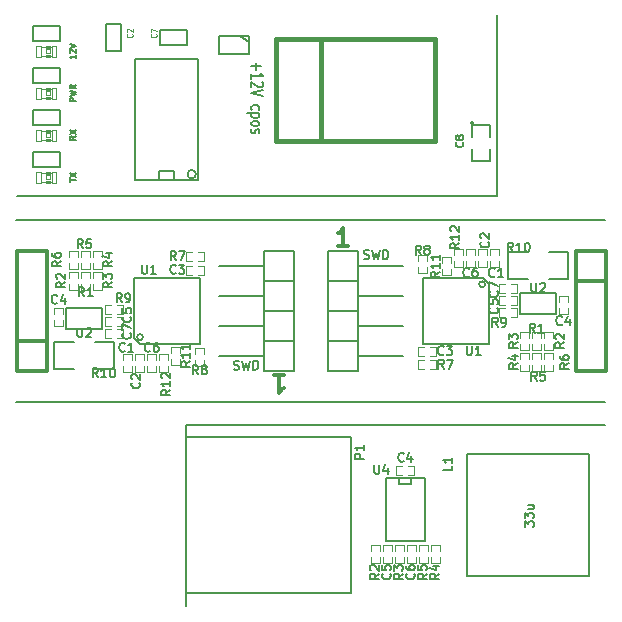
<source format=gto>
G04 (created by PCBNEW (2013-jul-07)-stable) date Thu 09 Jan 2014 05:47:14 AM EST*
%MOIN*%
G04 Gerber Fmt 3.4, Leading zero omitted, Abs format*
%FSLAX34Y34*%
G01*
G70*
G90*
G04 APERTURE LIST*
%ADD10C,0.00590551*%
%ADD11C,0.00787402*%
%ADD12C,0.011811*%
%ADD13C,0.0075*%
%ADD14C,0.015*%
%ADD15C,0.005*%
%ADD16C,0.0028*%
%ADD17C,0.006*%
%ADD18C,0.012*%
%ADD19C,0.0026*%
%ADD20C,0.004*%
%ADD21C,0.00511811*%
%ADD22C,0.0045*%
G04 APERTURE END LIST*
G54D10*
G54D11*
X74173Y-50078D02*
X58188Y-50078D01*
X74173Y-44055D02*
X74173Y-50078D01*
X58149Y-50866D02*
X77795Y-50866D01*
X58149Y-56929D02*
X77795Y-56929D01*
X63818Y-57716D02*
X77795Y-57716D01*
X63818Y-63740D02*
X63818Y-57716D01*
G54D12*
X69218Y-51742D02*
X68881Y-51742D01*
X69050Y-51742D02*
X69050Y-51151D01*
X68993Y-51235D01*
X68937Y-51292D01*
X68881Y-51320D01*
X66751Y-56056D02*
X67089Y-56056D01*
X66920Y-56056D02*
X66920Y-56646D01*
X66976Y-56562D01*
X67032Y-56506D01*
X67089Y-56478D01*
G54D13*
X66146Y-45634D02*
X66146Y-45863D01*
X65994Y-45748D02*
X66299Y-45748D01*
X65994Y-46163D02*
X65994Y-45991D01*
X65994Y-46077D02*
X66394Y-46077D01*
X66337Y-46048D01*
X66299Y-46020D01*
X66280Y-45991D01*
X66356Y-46277D02*
X66375Y-46291D01*
X66394Y-46320D01*
X66394Y-46391D01*
X66375Y-46420D01*
X66356Y-46434D01*
X66318Y-46448D01*
X66280Y-46448D01*
X66222Y-46434D01*
X65994Y-46263D01*
X65994Y-46448D01*
X66394Y-46534D02*
X65994Y-46634D01*
X66394Y-46734D01*
X66013Y-47191D02*
X65994Y-47163D01*
X65994Y-47105D01*
X66013Y-47077D01*
X66032Y-47063D01*
X66070Y-47048D01*
X66184Y-47048D01*
X66222Y-47063D01*
X66242Y-47077D01*
X66261Y-47105D01*
X66261Y-47163D01*
X66242Y-47191D01*
X66261Y-47320D02*
X65861Y-47320D01*
X66242Y-47320D02*
X66261Y-47348D01*
X66261Y-47405D01*
X66242Y-47434D01*
X66222Y-47448D01*
X66184Y-47463D01*
X66070Y-47463D01*
X66032Y-47448D01*
X66013Y-47434D01*
X65994Y-47405D01*
X65994Y-47348D01*
X66013Y-47320D01*
X65994Y-47634D02*
X66013Y-47605D01*
X66032Y-47591D01*
X66070Y-47577D01*
X66184Y-47577D01*
X66222Y-47591D01*
X66242Y-47605D01*
X66261Y-47634D01*
X66261Y-47677D01*
X66242Y-47705D01*
X66222Y-47720D01*
X66184Y-47734D01*
X66070Y-47734D01*
X66032Y-47720D01*
X66013Y-47705D01*
X65994Y-47677D01*
X65994Y-47634D01*
X66013Y-47848D02*
X65994Y-47877D01*
X65994Y-47934D01*
X66013Y-47963D01*
X66051Y-47977D01*
X66070Y-47977D01*
X66108Y-47963D01*
X66127Y-47934D01*
X66127Y-47891D01*
X66146Y-47863D01*
X66184Y-47848D01*
X66203Y-47848D01*
X66242Y-47863D01*
X66261Y-47891D01*
X66261Y-47934D01*
X66242Y-47963D01*
G54D14*
X67106Y-44848D02*
X66806Y-44848D01*
X66806Y-44848D02*
X66806Y-48248D01*
X66806Y-48248D02*
X67106Y-48248D01*
X68306Y-44848D02*
X68306Y-48248D01*
X72106Y-44848D02*
X72106Y-48248D01*
X67106Y-48248D02*
X72106Y-48248D01*
X67106Y-44848D02*
X72106Y-44848D01*
G54D10*
X69321Y-58112D02*
X69321Y-63309D01*
X69321Y-63309D02*
X63830Y-63309D01*
X63830Y-58112D02*
X69321Y-58112D01*
G54D15*
X70471Y-61573D02*
X70471Y-59467D01*
X71771Y-59467D02*
X71771Y-61573D01*
X71771Y-61573D02*
X70471Y-61573D01*
X71771Y-59467D02*
X70471Y-59467D01*
X71321Y-59460D02*
X71321Y-59660D01*
X71321Y-59660D02*
X70921Y-59660D01*
X70921Y-59660D02*
X70921Y-59460D01*
G54D16*
X71871Y-61910D02*
X71871Y-61710D01*
X71871Y-61710D02*
X71571Y-61710D01*
X71571Y-61710D02*
X71571Y-61910D01*
X71871Y-62110D02*
X71871Y-62310D01*
X71871Y-62310D02*
X71571Y-62310D01*
X71571Y-62310D02*
X71571Y-62110D01*
X71971Y-62110D02*
X71971Y-62310D01*
X71971Y-62310D02*
X72271Y-62310D01*
X72271Y-62310D02*
X72271Y-62110D01*
X71971Y-61910D02*
X71971Y-61710D01*
X71971Y-61710D02*
X72271Y-61710D01*
X72271Y-61710D02*
X72271Y-61910D01*
X70271Y-61910D02*
X70271Y-61710D01*
X70271Y-61710D02*
X69971Y-61710D01*
X69971Y-61710D02*
X69971Y-61910D01*
X70271Y-62110D02*
X70271Y-62310D01*
X70271Y-62310D02*
X69971Y-62310D01*
X69971Y-62310D02*
X69971Y-62110D01*
X71471Y-61910D02*
X71471Y-61710D01*
X71471Y-61710D02*
X71171Y-61710D01*
X71171Y-61710D02*
X71171Y-61910D01*
X71471Y-62110D02*
X71471Y-62310D01*
X71471Y-62310D02*
X71171Y-62310D01*
X71171Y-62310D02*
X71171Y-62110D01*
X70671Y-61910D02*
X70671Y-61710D01*
X70671Y-61710D02*
X70371Y-61710D01*
X70371Y-61710D02*
X70371Y-61910D01*
X70671Y-62110D02*
X70671Y-62310D01*
X70671Y-62310D02*
X70371Y-62310D01*
X70371Y-62310D02*
X70371Y-62110D01*
X71071Y-61910D02*
X71071Y-61710D01*
X71071Y-61710D02*
X70771Y-61710D01*
X70771Y-61710D02*
X70771Y-61910D01*
X71071Y-62110D02*
X71071Y-62310D01*
X71071Y-62310D02*
X70771Y-62310D01*
X70771Y-62310D02*
X70771Y-62110D01*
X71021Y-59060D02*
X70821Y-59060D01*
X70821Y-59060D02*
X70821Y-59360D01*
X70821Y-59360D02*
X71021Y-59360D01*
X71221Y-59060D02*
X71421Y-59060D01*
X71421Y-59060D02*
X71421Y-59360D01*
X71421Y-59360D02*
X71221Y-59360D01*
G54D10*
X77248Y-58683D02*
X77248Y-62738D01*
X77248Y-62738D02*
X73193Y-62738D01*
X73193Y-62738D02*
X73193Y-58683D01*
X73193Y-58683D02*
X77248Y-58683D01*
G54D15*
X71700Y-55003D02*
X71700Y-52803D01*
X71700Y-52803D02*
X71750Y-52803D01*
X73900Y-53003D02*
X73900Y-55003D01*
X73900Y-55003D02*
X71700Y-55003D01*
X71750Y-52803D02*
X73700Y-52803D01*
X73700Y-52803D02*
X73900Y-53003D01*
G54D17*
X73786Y-53016D02*
G75*
G03X73786Y-53016I-99J0D01*
G74*
G01*
G54D18*
X77800Y-51903D02*
X77800Y-51903D01*
X76800Y-51903D02*
X77800Y-51903D01*
X77800Y-51903D02*
X77800Y-51903D01*
X77800Y-51903D02*
X77800Y-55903D01*
X77800Y-55903D02*
X76800Y-55903D01*
X76800Y-55903D02*
X76800Y-51903D01*
X76800Y-52903D02*
X77800Y-52903D01*
G54D15*
X76150Y-53303D02*
X76150Y-54003D01*
X76150Y-54003D02*
X74950Y-54003D01*
X74950Y-54003D02*
X74950Y-53303D01*
X74950Y-53303D02*
X76150Y-53303D01*
X74550Y-51953D02*
X74550Y-52853D01*
X74550Y-52853D02*
X75200Y-52853D01*
X75900Y-51953D02*
X76550Y-51953D01*
X76550Y-51953D02*
X76550Y-52853D01*
X76550Y-52853D02*
X75900Y-52853D01*
X75200Y-51953D02*
X74550Y-51953D01*
G54D16*
X74450Y-53803D02*
X74250Y-53803D01*
X74250Y-53803D02*
X74250Y-54103D01*
X74250Y-54103D02*
X74450Y-54103D01*
X74650Y-53803D02*
X74850Y-53803D01*
X74850Y-53803D02*
X74850Y-54103D01*
X74850Y-54103D02*
X74650Y-54103D01*
X72750Y-52253D02*
X72750Y-52453D01*
X72750Y-52453D02*
X73050Y-52453D01*
X73050Y-52453D02*
X73050Y-52253D01*
X72750Y-52053D02*
X72750Y-51853D01*
X72750Y-51853D02*
X73050Y-51853D01*
X73050Y-51853D02*
X73050Y-52053D01*
X72650Y-52303D02*
X72650Y-52103D01*
X72650Y-52103D02*
X72350Y-52103D01*
X72350Y-52103D02*
X72350Y-52303D01*
X72650Y-52503D02*
X72650Y-52703D01*
X72650Y-52703D02*
X72350Y-52703D01*
X72350Y-52703D02*
X72350Y-52503D01*
X74650Y-53303D02*
X74850Y-53303D01*
X74850Y-53303D02*
X74850Y-53003D01*
X74850Y-53003D02*
X74650Y-53003D01*
X74450Y-53303D02*
X74250Y-53303D01*
X74250Y-53303D02*
X74250Y-53003D01*
X74250Y-53003D02*
X74450Y-53003D01*
X74450Y-53403D02*
X74250Y-53403D01*
X74250Y-53403D02*
X74250Y-53703D01*
X74250Y-53703D02*
X74450Y-53703D01*
X74650Y-53403D02*
X74850Y-53403D01*
X74850Y-53403D02*
X74850Y-53703D01*
X74850Y-53703D02*
X74650Y-53703D01*
X73150Y-52253D02*
X73150Y-52453D01*
X73150Y-52453D02*
X73450Y-52453D01*
X73450Y-52453D02*
X73450Y-52253D01*
X73150Y-52053D02*
X73150Y-51853D01*
X73150Y-51853D02*
X73450Y-51853D01*
X73450Y-51853D02*
X73450Y-52053D01*
X76550Y-53603D02*
X76550Y-53403D01*
X76550Y-53403D02*
X76250Y-53403D01*
X76250Y-53403D02*
X76250Y-53603D01*
X76550Y-53803D02*
X76550Y-54003D01*
X76550Y-54003D02*
X76250Y-54003D01*
X76250Y-54003D02*
X76250Y-53803D01*
X71750Y-55103D02*
X71550Y-55103D01*
X71550Y-55103D02*
X71550Y-55403D01*
X71550Y-55403D02*
X71750Y-55403D01*
X71950Y-55103D02*
X72150Y-55103D01*
X72150Y-55103D02*
X72150Y-55403D01*
X72150Y-55403D02*
X71950Y-55403D01*
X73950Y-52253D02*
X73950Y-52453D01*
X73950Y-52453D02*
X74250Y-52453D01*
X74250Y-52453D02*
X74250Y-52253D01*
X73950Y-52053D02*
X73950Y-51853D01*
X73950Y-51853D02*
X74250Y-51853D01*
X74250Y-51853D02*
X74250Y-52053D01*
X71750Y-55553D02*
X71550Y-55553D01*
X71550Y-55553D02*
X71550Y-55853D01*
X71550Y-55853D02*
X71750Y-55853D01*
X71950Y-55553D02*
X72150Y-55553D01*
X72150Y-55553D02*
X72150Y-55853D01*
X72150Y-55853D02*
X71950Y-55853D01*
X71850Y-52253D02*
X71850Y-52053D01*
X71850Y-52053D02*
X71550Y-52053D01*
X71550Y-52053D02*
X71550Y-52253D01*
X71850Y-52453D02*
X71850Y-52653D01*
X71850Y-52653D02*
X71550Y-52653D01*
X71550Y-52653D02*
X71550Y-52453D01*
X73550Y-52253D02*
X73550Y-52453D01*
X73550Y-52453D02*
X73850Y-52453D01*
X73850Y-52453D02*
X73850Y-52253D01*
X73550Y-52053D02*
X73550Y-51853D01*
X73550Y-51853D02*
X73850Y-51853D01*
X73850Y-51853D02*
X73850Y-52053D01*
X75650Y-54803D02*
X75650Y-54603D01*
X75650Y-54603D02*
X75350Y-54603D01*
X75350Y-54603D02*
X75350Y-54803D01*
X75650Y-55003D02*
X75650Y-55203D01*
X75650Y-55203D02*
X75350Y-55203D01*
X75350Y-55203D02*
X75350Y-55003D01*
X74950Y-55703D02*
X74950Y-55903D01*
X74950Y-55903D02*
X75250Y-55903D01*
X75250Y-55903D02*
X75250Y-55703D01*
X74950Y-55503D02*
X74950Y-55303D01*
X74950Y-55303D02*
X75250Y-55303D01*
X75250Y-55303D02*
X75250Y-55503D01*
X75250Y-54803D02*
X75250Y-54603D01*
X75250Y-54603D02*
X74950Y-54603D01*
X74950Y-54603D02*
X74950Y-54803D01*
X75250Y-55003D02*
X75250Y-55203D01*
X75250Y-55203D02*
X74950Y-55203D01*
X74950Y-55203D02*
X74950Y-55003D01*
X76050Y-54803D02*
X76050Y-54603D01*
X76050Y-54603D02*
X75750Y-54603D01*
X75750Y-54603D02*
X75750Y-54803D01*
X76050Y-55003D02*
X76050Y-55203D01*
X76050Y-55203D02*
X75750Y-55203D01*
X75750Y-55203D02*
X75750Y-55003D01*
X75750Y-55703D02*
X75750Y-55903D01*
X75750Y-55903D02*
X76050Y-55903D01*
X76050Y-55903D02*
X76050Y-55703D01*
X75750Y-55503D02*
X75750Y-55303D01*
X75750Y-55303D02*
X76050Y-55303D01*
X76050Y-55303D02*
X76050Y-55503D01*
X75650Y-55503D02*
X75650Y-55303D01*
X75650Y-55303D02*
X75350Y-55303D01*
X75350Y-55303D02*
X75350Y-55503D01*
X75650Y-55703D02*
X75650Y-55903D01*
X75650Y-55903D02*
X75350Y-55903D01*
X75350Y-55903D02*
X75350Y-55703D01*
G54D10*
X71050Y-55403D02*
X69550Y-55403D01*
X71050Y-54403D02*
X69550Y-54403D01*
X71050Y-53403D02*
X69550Y-53403D01*
X71050Y-52403D02*
X69550Y-52403D01*
X69550Y-54903D02*
X68550Y-54903D01*
X69550Y-53903D02*
X68550Y-53903D01*
X69550Y-52903D02*
X68550Y-52903D01*
X69550Y-51903D02*
X69550Y-55903D01*
X69550Y-55903D02*
X68550Y-55903D01*
X68550Y-55903D02*
X68550Y-51903D01*
X68550Y-51903D02*
X69550Y-51903D01*
G54D15*
X64270Y-52795D02*
X64270Y-54995D01*
X64270Y-54995D02*
X64220Y-54995D01*
X62070Y-54795D02*
X62070Y-52795D01*
X62070Y-52795D02*
X64270Y-52795D01*
X64220Y-54995D02*
X62270Y-54995D01*
X62270Y-54995D02*
X62070Y-54795D01*
G54D17*
X62382Y-54782D02*
G75*
G03X62382Y-54782I-99J0D01*
G74*
G01*
G54D18*
X58170Y-55895D02*
X58170Y-55895D01*
X59170Y-55895D02*
X58170Y-55895D01*
X58170Y-55895D02*
X58170Y-55895D01*
X58170Y-55895D02*
X58170Y-51895D01*
X58170Y-51895D02*
X59170Y-51895D01*
X59170Y-51895D02*
X59170Y-55895D01*
X59170Y-54895D02*
X58170Y-54895D01*
G54D15*
X59820Y-54495D02*
X59820Y-53795D01*
X59820Y-53795D02*
X61020Y-53795D01*
X61020Y-53795D02*
X61020Y-54495D01*
X61020Y-54495D02*
X59820Y-54495D01*
X61420Y-55845D02*
X61420Y-54945D01*
X61420Y-54945D02*
X60770Y-54945D01*
X60070Y-55845D02*
X59420Y-55845D01*
X59420Y-55845D02*
X59420Y-54945D01*
X59420Y-54945D02*
X60070Y-54945D01*
X60770Y-55845D02*
X61420Y-55845D01*
G54D16*
X61520Y-53995D02*
X61720Y-53995D01*
X61720Y-53995D02*
X61720Y-53695D01*
X61720Y-53695D02*
X61520Y-53695D01*
X61320Y-53995D02*
X61120Y-53995D01*
X61120Y-53995D02*
X61120Y-53695D01*
X61120Y-53695D02*
X61320Y-53695D01*
X63220Y-55545D02*
X63220Y-55345D01*
X63220Y-55345D02*
X62920Y-55345D01*
X62920Y-55345D02*
X62920Y-55545D01*
X63220Y-55745D02*
X63220Y-55945D01*
X63220Y-55945D02*
X62920Y-55945D01*
X62920Y-55945D02*
X62920Y-55745D01*
X63320Y-55495D02*
X63320Y-55695D01*
X63320Y-55695D02*
X63620Y-55695D01*
X63620Y-55695D02*
X63620Y-55495D01*
X63320Y-55295D02*
X63320Y-55095D01*
X63320Y-55095D02*
X63620Y-55095D01*
X63620Y-55095D02*
X63620Y-55295D01*
X61320Y-54495D02*
X61120Y-54495D01*
X61120Y-54495D02*
X61120Y-54795D01*
X61120Y-54795D02*
X61320Y-54795D01*
X61520Y-54495D02*
X61720Y-54495D01*
X61720Y-54495D02*
X61720Y-54795D01*
X61720Y-54795D02*
X61520Y-54795D01*
X61520Y-54395D02*
X61720Y-54395D01*
X61720Y-54395D02*
X61720Y-54095D01*
X61720Y-54095D02*
X61520Y-54095D01*
X61320Y-54395D02*
X61120Y-54395D01*
X61120Y-54395D02*
X61120Y-54095D01*
X61120Y-54095D02*
X61320Y-54095D01*
X62820Y-55545D02*
X62820Y-55345D01*
X62820Y-55345D02*
X62520Y-55345D01*
X62520Y-55345D02*
X62520Y-55545D01*
X62820Y-55745D02*
X62820Y-55945D01*
X62820Y-55945D02*
X62520Y-55945D01*
X62520Y-55945D02*
X62520Y-55745D01*
X59420Y-54195D02*
X59420Y-54395D01*
X59420Y-54395D02*
X59720Y-54395D01*
X59720Y-54395D02*
X59720Y-54195D01*
X59420Y-53995D02*
X59420Y-53795D01*
X59420Y-53795D02*
X59720Y-53795D01*
X59720Y-53795D02*
X59720Y-53995D01*
X64220Y-52695D02*
X64420Y-52695D01*
X64420Y-52695D02*
X64420Y-52395D01*
X64420Y-52395D02*
X64220Y-52395D01*
X64020Y-52695D02*
X63820Y-52695D01*
X63820Y-52695D02*
X63820Y-52395D01*
X63820Y-52395D02*
X64020Y-52395D01*
X62020Y-55545D02*
X62020Y-55345D01*
X62020Y-55345D02*
X61720Y-55345D01*
X61720Y-55345D02*
X61720Y-55545D01*
X62020Y-55745D02*
X62020Y-55945D01*
X62020Y-55945D02*
X61720Y-55945D01*
X61720Y-55945D02*
X61720Y-55745D01*
X64220Y-52245D02*
X64420Y-52245D01*
X64420Y-52245D02*
X64420Y-51945D01*
X64420Y-51945D02*
X64220Y-51945D01*
X64020Y-52245D02*
X63820Y-52245D01*
X63820Y-52245D02*
X63820Y-51945D01*
X63820Y-51945D02*
X64020Y-51945D01*
X64120Y-55545D02*
X64120Y-55745D01*
X64120Y-55745D02*
X64420Y-55745D01*
X64420Y-55745D02*
X64420Y-55545D01*
X64120Y-55345D02*
X64120Y-55145D01*
X64120Y-55145D02*
X64420Y-55145D01*
X64420Y-55145D02*
X64420Y-55345D01*
X62420Y-55545D02*
X62420Y-55345D01*
X62420Y-55345D02*
X62120Y-55345D01*
X62120Y-55345D02*
X62120Y-55545D01*
X62420Y-55745D02*
X62420Y-55945D01*
X62420Y-55945D02*
X62120Y-55945D01*
X62120Y-55945D02*
X62120Y-55745D01*
X60320Y-52995D02*
X60320Y-53195D01*
X60320Y-53195D02*
X60620Y-53195D01*
X60620Y-53195D02*
X60620Y-52995D01*
X60320Y-52795D02*
X60320Y-52595D01*
X60320Y-52595D02*
X60620Y-52595D01*
X60620Y-52595D02*
X60620Y-52795D01*
X61020Y-52095D02*
X61020Y-51895D01*
X61020Y-51895D02*
X60720Y-51895D01*
X60720Y-51895D02*
X60720Y-52095D01*
X61020Y-52295D02*
X61020Y-52495D01*
X61020Y-52495D02*
X60720Y-52495D01*
X60720Y-52495D02*
X60720Y-52295D01*
X60720Y-52995D02*
X60720Y-53195D01*
X60720Y-53195D02*
X61020Y-53195D01*
X61020Y-53195D02*
X61020Y-52995D01*
X60720Y-52795D02*
X60720Y-52595D01*
X60720Y-52595D02*
X61020Y-52595D01*
X61020Y-52595D02*
X61020Y-52795D01*
X59920Y-52995D02*
X59920Y-53195D01*
X59920Y-53195D02*
X60220Y-53195D01*
X60220Y-53195D02*
X60220Y-52995D01*
X59920Y-52795D02*
X59920Y-52595D01*
X59920Y-52595D02*
X60220Y-52595D01*
X60220Y-52595D02*
X60220Y-52795D01*
X60220Y-52095D02*
X60220Y-51895D01*
X60220Y-51895D02*
X59920Y-51895D01*
X59920Y-51895D02*
X59920Y-52095D01*
X60220Y-52295D02*
X60220Y-52495D01*
X60220Y-52495D02*
X59920Y-52495D01*
X59920Y-52495D02*
X59920Y-52295D01*
X60320Y-52295D02*
X60320Y-52495D01*
X60320Y-52495D02*
X60620Y-52495D01*
X60620Y-52495D02*
X60620Y-52295D01*
X60320Y-52095D02*
X60320Y-51895D01*
X60320Y-51895D02*
X60620Y-51895D01*
X60620Y-51895D02*
X60620Y-52095D01*
G54D10*
X64920Y-52395D02*
X66420Y-52395D01*
X64920Y-53395D02*
X66420Y-53395D01*
X64920Y-54395D02*
X66420Y-54395D01*
X64920Y-55395D02*
X66420Y-55395D01*
X66420Y-52895D02*
X67420Y-52895D01*
X66420Y-53895D02*
X67420Y-53895D01*
X66420Y-54895D02*
X67420Y-54895D01*
X66420Y-55895D02*
X66420Y-51895D01*
X66420Y-51895D02*
X67420Y-51895D01*
X67420Y-51895D02*
X67420Y-55895D01*
X67420Y-55895D02*
X66420Y-55895D01*
G54D15*
X64147Y-49348D02*
G75*
G03X64147Y-49348I-141J0D01*
G74*
G01*
X62906Y-49548D02*
X62906Y-49248D01*
X62906Y-49248D02*
X63406Y-49248D01*
X63406Y-49248D02*
X63406Y-49548D01*
X64206Y-45498D02*
X64206Y-49548D01*
X62106Y-49548D02*
X62106Y-45498D01*
X62106Y-49548D02*
X64206Y-49548D01*
X62106Y-45498D02*
X64206Y-45498D01*
X65606Y-44748D02*
X65906Y-44948D01*
X64906Y-44748D02*
X65931Y-44748D01*
X65931Y-44748D02*
X65931Y-45348D01*
X65931Y-45348D02*
X64906Y-45348D01*
X64906Y-45348D02*
X64906Y-44748D01*
X73406Y-47648D02*
G75*
G03X73406Y-47648I-50J0D01*
G74*
G01*
X73356Y-48098D02*
X73356Y-47698D01*
X73356Y-47698D02*
X73956Y-47698D01*
X73956Y-47698D02*
X73956Y-48098D01*
X73956Y-48498D02*
X73956Y-48898D01*
X73956Y-48898D02*
X73356Y-48898D01*
X73356Y-48898D02*
X73356Y-48498D01*
X63856Y-45048D02*
X62956Y-45048D01*
X62956Y-45048D02*
X62956Y-44548D01*
X62956Y-44548D02*
X63856Y-44548D01*
X63856Y-44548D02*
X63856Y-45048D01*
X61656Y-44348D02*
X61656Y-45248D01*
X61656Y-45248D02*
X61156Y-45248D01*
X61156Y-45248D02*
X61156Y-44348D01*
X61156Y-44348D02*
X61656Y-44348D01*
X59606Y-44898D02*
X58706Y-44898D01*
X58706Y-44898D02*
X58706Y-44398D01*
X58706Y-44398D02*
X59606Y-44398D01*
X59606Y-44398D02*
X59606Y-44898D01*
X58706Y-45798D02*
X59606Y-45798D01*
X59606Y-45798D02*
X59606Y-46298D01*
X59606Y-46298D02*
X58706Y-46298D01*
X58706Y-46298D02*
X58706Y-45798D01*
X59606Y-47698D02*
X58706Y-47698D01*
X58706Y-47698D02*
X58706Y-47198D01*
X58706Y-47198D02*
X59606Y-47198D01*
X59606Y-47198D02*
X59606Y-47698D01*
X59606Y-49098D02*
X58706Y-49098D01*
X58706Y-49098D02*
X58706Y-48598D01*
X58706Y-48598D02*
X59606Y-48598D01*
X59606Y-48598D02*
X59606Y-49098D01*
G54D19*
X59333Y-47871D02*
X59333Y-48225D01*
X59333Y-48225D02*
X59490Y-48225D01*
X59490Y-47871D02*
X59490Y-48225D01*
X59333Y-47871D02*
X59490Y-47871D01*
X58822Y-47871D02*
X58822Y-48225D01*
X58822Y-48225D02*
X58979Y-48225D01*
X58979Y-47871D02*
X58979Y-48225D01*
X58822Y-47871D02*
X58979Y-47871D01*
X59156Y-47871D02*
X59156Y-47930D01*
X59156Y-47930D02*
X59274Y-47930D01*
X59274Y-47871D02*
X59274Y-47930D01*
X59156Y-47871D02*
X59274Y-47871D01*
X59156Y-48166D02*
X59156Y-48225D01*
X59156Y-48225D02*
X59274Y-48225D01*
X59274Y-48166D02*
X59274Y-48225D01*
X59156Y-48166D02*
X59274Y-48166D01*
X59156Y-47989D02*
X59156Y-48107D01*
X59156Y-48107D02*
X59274Y-48107D01*
X59274Y-47989D02*
X59274Y-48107D01*
X59156Y-47989D02*
X59274Y-47989D01*
G54D20*
X59333Y-47891D02*
X58979Y-47891D01*
X59333Y-48205D02*
X58979Y-48205D01*
G54D19*
X59333Y-49271D02*
X59333Y-49625D01*
X59333Y-49625D02*
X59490Y-49625D01*
X59490Y-49271D02*
X59490Y-49625D01*
X59333Y-49271D02*
X59490Y-49271D01*
X58822Y-49271D02*
X58822Y-49625D01*
X58822Y-49625D02*
X58979Y-49625D01*
X58979Y-49271D02*
X58979Y-49625D01*
X58822Y-49271D02*
X58979Y-49271D01*
X59156Y-49271D02*
X59156Y-49330D01*
X59156Y-49330D02*
X59274Y-49330D01*
X59274Y-49271D02*
X59274Y-49330D01*
X59156Y-49271D02*
X59274Y-49271D01*
X59156Y-49566D02*
X59156Y-49625D01*
X59156Y-49625D02*
X59274Y-49625D01*
X59274Y-49566D02*
X59274Y-49625D01*
X59156Y-49566D02*
X59274Y-49566D01*
X59156Y-49389D02*
X59156Y-49507D01*
X59156Y-49507D02*
X59274Y-49507D01*
X59274Y-49389D02*
X59274Y-49507D01*
X59156Y-49389D02*
X59274Y-49389D01*
G54D20*
X59333Y-49291D02*
X58979Y-49291D01*
X59333Y-49605D02*
X58979Y-49605D01*
G54D19*
X59333Y-45071D02*
X59333Y-45425D01*
X59333Y-45425D02*
X59490Y-45425D01*
X59490Y-45071D02*
X59490Y-45425D01*
X59333Y-45071D02*
X59490Y-45071D01*
X58822Y-45071D02*
X58822Y-45425D01*
X58822Y-45425D02*
X58979Y-45425D01*
X58979Y-45071D02*
X58979Y-45425D01*
X58822Y-45071D02*
X58979Y-45071D01*
X59156Y-45071D02*
X59156Y-45130D01*
X59156Y-45130D02*
X59274Y-45130D01*
X59274Y-45071D02*
X59274Y-45130D01*
X59156Y-45071D02*
X59274Y-45071D01*
X59156Y-45366D02*
X59156Y-45425D01*
X59156Y-45425D02*
X59274Y-45425D01*
X59274Y-45366D02*
X59274Y-45425D01*
X59156Y-45366D02*
X59274Y-45366D01*
X59156Y-45189D02*
X59156Y-45307D01*
X59156Y-45307D02*
X59274Y-45307D01*
X59274Y-45189D02*
X59274Y-45307D01*
X59156Y-45189D02*
X59274Y-45189D01*
G54D20*
X59333Y-45091D02*
X58979Y-45091D01*
X59333Y-45405D02*
X58979Y-45405D01*
G54D19*
X59333Y-46471D02*
X59333Y-46825D01*
X59333Y-46825D02*
X59490Y-46825D01*
X59490Y-46471D02*
X59490Y-46825D01*
X59333Y-46471D02*
X59490Y-46471D01*
X58822Y-46471D02*
X58822Y-46825D01*
X58822Y-46825D02*
X58979Y-46825D01*
X58979Y-46471D02*
X58979Y-46825D01*
X58822Y-46471D02*
X58979Y-46471D01*
X59156Y-46471D02*
X59156Y-46530D01*
X59156Y-46530D02*
X59274Y-46530D01*
X59274Y-46471D02*
X59274Y-46530D01*
X59156Y-46471D02*
X59274Y-46471D01*
X59156Y-46766D02*
X59156Y-46825D01*
X59156Y-46825D02*
X59274Y-46825D01*
X59274Y-46766D02*
X59274Y-46825D01*
X59156Y-46766D02*
X59274Y-46766D01*
X59156Y-46589D02*
X59156Y-46707D01*
X59156Y-46707D02*
X59274Y-46707D01*
X59274Y-46589D02*
X59274Y-46707D01*
X59156Y-46589D02*
X59274Y-46589D01*
G54D20*
X59333Y-46491D02*
X58979Y-46491D01*
X59333Y-46805D02*
X58979Y-46805D01*
G54D21*
X69742Y-58832D02*
X69442Y-58832D01*
X69442Y-58717D01*
X69456Y-58689D01*
X69471Y-58674D01*
X69499Y-58660D01*
X69542Y-58660D01*
X69571Y-58674D01*
X69585Y-58689D01*
X69599Y-58717D01*
X69599Y-58832D01*
X69742Y-58374D02*
X69742Y-58546D01*
X69742Y-58460D02*
X69442Y-58460D01*
X69485Y-58489D01*
X69514Y-58517D01*
X69528Y-58546D01*
X70092Y-59032D02*
X70092Y-59274D01*
X70106Y-59303D01*
X70121Y-59317D01*
X70149Y-59332D01*
X70206Y-59332D01*
X70235Y-59317D01*
X70249Y-59303D01*
X70264Y-59274D01*
X70264Y-59032D01*
X70535Y-59132D02*
X70535Y-59332D01*
X70464Y-59017D02*
X70392Y-59232D01*
X70578Y-59232D01*
X71842Y-62660D02*
X71699Y-62760D01*
X71842Y-62832D02*
X71542Y-62832D01*
X71542Y-62717D01*
X71556Y-62689D01*
X71571Y-62674D01*
X71599Y-62660D01*
X71642Y-62660D01*
X71671Y-62674D01*
X71685Y-62689D01*
X71699Y-62717D01*
X71699Y-62832D01*
X71542Y-62389D02*
X71542Y-62532D01*
X71685Y-62546D01*
X71671Y-62532D01*
X71656Y-62503D01*
X71656Y-62432D01*
X71671Y-62403D01*
X71685Y-62389D01*
X71714Y-62374D01*
X71785Y-62374D01*
X71814Y-62389D01*
X71828Y-62403D01*
X71842Y-62432D01*
X71842Y-62503D01*
X71828Y-62532D01*
X71814Y-62546D01*
X72242Y-62660D02*
X72099Y-62760D01*
X72242Y-62832D02*
X71942Y-62832D01*
X71942Y-62717D01*
X71956Y-62689D01*
X71971Y-62674D01*
X71999Y-62660D01*
X72042Y-62660D01*
X72071Y-62674D01*
X72085Y-62689D01*
X72099Y-62717D01*
X72099Y-62832D01*
X72042Y-62403D02*
X72242Y-62403D01*
X71928Y-62474D02*
X72142Y-62546D01*
X72142Y-62360D01*
X70242Y-62660D02*
X70099Y-62760D01*
X70242Y-62832D02*
X69942Y-62832D01*
X69942Y-62717D01*
X69956Y-62689D01*
X69971Y-62674D01*
X69999Y-62660D01*
X70042Y-62660D01*
X70071Y-62674D01*
X70085Y-62689D01*
X70099Y-62717D01*
X70099Y-62832D01*
X69971Y-62546D02*
X69956Y-62532D01*
X69942Y-62503D01*
X69942Y-62432D01*
X69956Y-62403D01*
X69971Y-62389D01*
X69999Y-62374D01*
X70028Y-62374D01*
X70071Y-62389D01*
X70242Y-62560D01*
X70242Y-62374D01*
X71414Y-62660D02*
X71428Y-62674D01*
X71442Y-62717D01*
X71442Y-62746D01*
X71428Y-62789D01*
X71399Y-62817D01*
X71371Y-62832D01*
X71314Y-62846D01*
X71271Y-62846D01*
X71214Y-62832D01*
X71185Y-62817D01*
X71156Y-62789D01*
X71142Y-62746D01*
X71142Y-62717D01*
X71156Y-62674D01*
X71171Y-62660D01*
X71142Y-62403D02*
X71142Y-62460D01*
X71156Y-62489D01*
X71171Y-62503D01*
X71214Y-62532D01*
X71271Y-62546D01*
X71385Y-62546D01*
X71414Y-62532D01*
X71428Y-62517D01*
X71442Y-62489D01*
X71442Y-62432D01*
X71428Y-62403D01*
X71414Y-62389D01*
X71385Y-62374D01*
X71314Y-62374D01*
X71285Y-62389D01*
X71271Y-62403D01*
X71256Y-62432D01*
X71256Y-62489D01*
X71271Y-62517D01*
X71285Y-62532D01*
X71314Y-62546D01*
X70614Y-62660D02*
X70628Y-62674D01*
X70642Y-62717D01*
X70642Y-62746D01*
X70628Y-62789D01*
X70599Y-62817D01*
X70571Y-62832D01*
X70514Y-62846D01*
X70471Y-62846D01*
X70414Y-62832D01*
X70385Y-62817D01*
X70356Y-62789D01*
X70342Y-62746D01*
X70342Y-62717D01*
X70356Y-62674D01*
X70371Y-62660D01*
X70342Y-62389D02*
X70342Y-62532D01*
X70485Y-62546D01*
X70471Y-62532D01*
X70456Y-62503D01*
X70456Y-62432D01*
X70471Y-62403D01*
X70485Y-62389D01*
X70514Y-62374D01*
X70585Y-62374D01*
X70614Y-62389D01*
X70628Y-62403D01*
X70642Y-62432D01*
X70642Y-62503D01*
X70628Y-62532D01*
X70614Y-62546D01*
X71042Y-62660D02*
X70899Y-62760D01*
X71042Y-62832D02*
X70742Y-62832D01*
X70742Y-62717D01*
X70756Y-62689D01*
X70771Y-62674D01*
X70799Y-62660D01*
X70842Y-62660D01*
X70871Y-62674D01*
X70885Y-62689D01*
X70899Y-62717D01*
X70899Y-62832D01*
X70742Y-62560D02*
X70742Y-62374D01*
X70856Y-62474D01*
X70856Y-62432D01*
X70871Y-62403D01*
X70885Y-62389D01*
X70914Y-62374D01*
X70985Y-62374D01*
X71014Y-62389D01*
X71028Y-62403D01*
X71042Y-62432D01*
X71042Y-62517D01*
X71028Y-62546D01*
X71014Y-62560D01*
X71071Y-58903D02*
X71056Y-58917D01*
X71014Y-58932D01*
X70985Y-58932D01*
X70942Y-58917D01*
X70914Y-58889D01*
X70899Y-58860D01*
X70885Y-58803D01*
X70885Y-58760D01*
X70899Y-58703D01*
X70914Y-58674D01*
X70942Y-58646D01*
X70985Y-58632D01*
X71014Y-58632D01*
X71056Y-58646D01*
X71071Y-58660D01*
X71328Y-58732D02*
X71328Y-58932D01*
X71256Y-58617D02*
X71185Y-58832D01*
X71371Y-58832D01*
X72692Y-59060D02*
X72692Y-59203D01*
X72392Y-59203D01*
X72692Y-58803D02*
X72692Y-58974D01*
X72692Y-58889D02*
X72392Y-58889D01*
X72435Y-58917D01*
X72464Y-58946D01*
X72478Y-58974D01*
X75101Y-61108D02*
X75101Y-60923D01*
X75216Y-61023D01*
X75216Y-60980D01*
X75230Y-60951D01*
X75244Y-60937D01*
X75273Y-60923D01*
X75344Y-60923D01*
X75373Y-60937D01*
X75387Y-60951D01*
X75401Y-60980D01*
X75401Y-61066D01*
X75387Y-61094D01*
X75373Y-61108D01*
X75101Y-60823D02*
X75101Y-60637D01*
X75216Y-60737D01*
X75216Y-60694D01*
X75230Y-60666D01*
X75244Y-60651D01*
X75273Y-60637D01*
X75344Y-60637D01*
X75373Y-60651D01*
X75387Y-60666D01*
X75401Y-60694D01*
X75401Y-60780D01*
X75387Y-60808D01*
X75373Y-60823D01*
X75201Y-60380D02*
X75401Y-60380D01*
X75201Y-60508D02*
X75358Y-60508D01*
X75387Y-60494D01*
X75401Y-60466D01*
X75401Y-60423D01*
X75387Y-60394D01*
X75373Y-60380D01*
X73171Y-55074D02*
X73171Y-55317D01*
X73185Y-55346D01*
X73200Y-55360D01*
X73228Y-55374D01*
X73285Y-55374D01*
X73314Y-55360D01*
X73328Y-55346D01*
X73342Y-55317D01*
X73342Y-55074D01*
X73642Y-55374D02*
X73471Y-55374D01*
X73557Y-55374D02*
X73557Y-55074D01*
X73528Y-55117D01*
X73500Y-55146D01*
X73471Y-55160D01*
X75321Y-52974D02*
X75321Y-53217D01*
X75335Y-53246D01*
X75350Y-53260D01*
X75378Y-53274D01*
X75435Y-53274D01*
X75464Y-53260D01*
X75478Y-53246D01*
X75492Y-53217D01*
X75492Y-52974D01*
X75621Y-53003D02*
X75635Y-52988D01*
X75664Y-52974D01*
X75735Y-52974D01*
X75764Y-52988D01*
X75778Y-53003D01*
X75792Y-53031D01*
X75792Y-53060D01*
X75778Y-53103D01*
X75607Y-53274D01*
X75792Y-53274D01*
X74707Y-51924D02*
X74607Y-51781D01*
X74535Y-51924D02*
X74535Y-51624D01*
X74650Y-51624D01*
X74678Y-51638D01*
X74692Y-51653D01*
X74707Y-51681D01*
X74707Y-51724D01*
X74692Y-51753D01*
X74678Y-51767D01*
X74650Y-51781D01*
X74535Y-51781D01*
X74992Y-51924D02*
X74821Y-51924D01*
X74907Y-51924D02*
X74907Y-51624D01*
X74878Y-51667D01*
X74850Y-51696D01*
X74821Y-51710D01*
X75178Y-51624D02*
X75207Y-51624D01*
X75235Y-51638D01*
X75250Y-51653D01*
X75264Y-51681D01*
X75278Y-51738D01*
X75278Y-51810D01*
X75264Y-51867D01*
X75250Y-51896D01*
X75235Y-51910D01*
X75207Y-51924D01*
X75178Y-51924D01*
X75150Y-51910D01*
X75135Y-51896D01*
X75121Y-51867D01*
X75107Y-51810D01*
X75107Y-51738D01*
X75121Y-51681D01*
X75135Y-51653D01*
X75150Y-51638D01*
X75178Y-51624D01*
X74200Y-54424D02*
X74100Y-54281D01*
X74028Y-54424D02*
X74028Y-54124D01*
X74142Y-54124D01*
X74171Y-54138D01*
X74185Y-54153D01*
X74200Y-54181D01*
X74200Y-54224D01*
X74185Y-54253D01*
X74171Y-54267D01*
X74142Y-54281D01*
X74028Y-54281D01*
X74342Y-54424D02*
X74400Y-54424D01*
X74428Y-54410D01*
X74442Y-54396D01*
X74471Y-54353D01*
X74485Y-54296D01*
X74485Y-54181D01*
X74471Y-54153D01*
X74457Y-54138D01*
X74428Y-54124D01*
X74371Y-54124D01*
X74342Y-54138D01*
X74328Y-54153D01*
X74314Y-54181D01*
X74314Y-54253D01*
X74328Y-54281D01*
X74342Y-54296D01*
X74371Y-54310D01*
X74428Y-54310D01*
X74457Y-54296D01*
X74471Y-54281D01*
X74485Y-54253D01*
X72921Y-51646D02*
X72778Y-51746D01*
X72921Y-51817D02*
X72621Y-51817D01*
X72621Y-51703D01*
X72635Y-51674D01*
X72650Y-51660D01*
X72678Y-51646D01*
X72721Y-51646D01*
X72750Y-51660D01*
X72764Y-51674D01*
X72778Y-51703D01*
X72778Y-51817D01*
X72921Y-51360D02*
X72921Y-51531D01*
X72921Y-51446D02*
X72621Y-51446D01*
X72664Y-51474D01*
X72692Y-51503D01*
X72707Y-51531D01*
X72650Y-51246D02*
X72635Y-51231D01*
X72621Y-51203D01*
X72621Y-51131D01*
X72635Y-51103D01*
X72650Y-51088D01*
X72678Y-51074D01*
X72707Y-51074D01*
X72750Y-51088D01*
X72921Y-51260D01*
X72921Y-51074D01*
X72271Y-52596D02*
X72128Y-52696D01*
X72271Y-52767D02*
X71971Y-52767D01*
X71971Y-52653D01*
X71985Y-52624D01*
X72000Y-52610D01*
X72028Y-52596D01*
X72071Y-52596D01*
X72100Y-52610D01*
X72114Y-52624D01*
X72128Y-52653D01*
X72128Y-52767D01*
X72271Y-52310D02*
X72271Y-52481D01*
X72271Y-52396D02*
X71971Y-52396D01*
X72014Y-52424D01*
X72042Y-52453D01*
X72057Y-52481D01*
X72271Y-52024D02*
X72271Y-52196D01*
X72271Y-52110D02*
X71971Y-52110D01*
X72014Y-52138D01*
X72042Y-52167D01*
X72057Y-52196D01*
X74192Y-53253D02*
X74207Y-53267D01*
X74221Y-53310D01*
X74221Y-53338D01*
X74207Y-53381D01*
X74178Y-53410D01*
X74150Y-53424D01*
X74092Y-53438D01*
X74050Y-53438D01*
X73992Y-53424D01*
X73964Y-53410D01*
X73935Y-53381D01*
X73921Y-53338D01*
X73921Y-53310D01*
X73935Y-53267D01*
X73950Y-53253D01*
X73921Y-53153D02*
X73921Y-52953D01*
X74221Y-53081D01*
X74192Y-53803D02*
X74207Y-53817D01*
X74221Y-53860D01*
X74221Y-53888D01*
X74207Y-53931D01*
X74178Y-53960D01*
X74150Y-53974D01*
X74092Y-53988D01*
X74050Y-53988D01*
X73992Y-53974D01*
X73964Y-53960D01*
X73935Y-53931D01*
X73921Y-53888D01*
X73921Y-53860D01*
X73935Y-53817D01*
X73950Y-53803D01*
X73921Y-53531D02*
X73921Y-53674D01*
X74064Y-53688D01*
X74050Y-53674D01*
X74035Y-53646D01*
X74035Y-53574D01*
X74050Y-53546D01*
X74064Y-53531D01*
X74092Y-53517D01*
X74164Y-53517D01*
X74192Y-53531D01*
X74207Y-53546D01*
X74221Y-53574D01*
X74221Y-53646D01*
X74207Y-53674D01*
X74192Y-53688D01*
X73250Y-52746D02*
X73235Y-52760D01*
X73192Y-52774D01*
X73164Y-52774D01*
X73121Y-52760D01*
X73092Y-52731D01*
X73078Y-52703D01*
X73064Y-52646D01*
X73064Y-52603D01*
X73078Y-52546D01*
X73092Y-52517D01*
X73121Y-52488D01*
X73164Y-52474D01*
X73192Y-52474D01*
X73235Y-52488D01*
X73250Y-52503D01*
X73507Y-52474D02*
X73450Y-52474D01*
X73421Y-52488D01*
X73407Y-52503D01*
X73378Y-52546D01*
X73364Y-52603D01*
X73364Y-52717D01*
X73378Y-52746D01*
X73392Y-52760D01*
X73421Y-52774D01*
X73478Y-52774D01*
X73507Y-52760D01*
X73521Y-52746D01*
X73535Y-52717D01*
X73535Y-52646D01*
X73521Y-52617D01*
X73507Y-52603D01*
X73478Y-52588D01*
X73421Y-52588D01*
X73392Y-52603D01*
X73378Y-52617D01*
X73364Y-52646D01*
X76350Y-54346D02*
X76335Y-54360D01*
X76292Y-54374D01*
X76264Y-54374D01*
X76221Y-54360D01*
X76192Y-54331D01*
X76178Y-54303D01*
X76164Y-54246D01*
X76164Y-54203D01*
X76178Y-54146D01*
X76192Y-54117D01*
X76221Y-54088D01*
X76264Y-54074D01*
X76292Y-54074D01*
X76335Y-54088D01*
X76350Y-54103D01*
X76607Y-54174D02*
X76607Y-54374D01*
X76535Y-54060D02*
X76464Y-54274D01*
X76650Y-54274D01*
X72400Y-55346D02*
X72385Y-55360D01*
X72342Y-55374D01*
X72314Y-55374D01*
X72271Y-55360D01*
X72242Y-55331D01*
X72228Y-55303D01*
X72214Y-55246D01*
X72214Y-55203D01*
X72228Y-55146D01*
X72242Y-55117D01*
X72271Y-55088D01*
X72314Y-55074D01*
X72342Y-55074D01*
X72385Y-55088D01*
X72400Y-55103D01*
X72500Y-55074D02*
X72685Y-55074D01*
X72585Y-55188D01*
X72628Y-55188D01*
X72657Y-55203D01*
X72671Y-55217D01*
X72685Y-55246D01*
X72685Y-55317D01*
X72671Y-55346D01*
X72657Y-55360D01*
X72628Y-55374D01*
X72542Y-55374D01*
X72514Y-55360D01*
X72500Y-55346D01*
X74100Y-52746D02*
X74085Y-52760D01*
X74042Y-52774D01*
X74014Y-52774D01*
X73971Y-52760D01*
X73942Y-52731D01*
X73928Y-52703D01*
X73914Y-52646D01*
X73914Y-52603D01*
X73928Y-52546D01*
X73942Y-52517D01*
X73971Y-52488D01*
X74014Y-52474D01*
X74042Y-52474D01*
X74085Y-52488D01*
X74100Y-52503D01*
X74385Y-52774D02*
X74214Y-52774D01*
X74300Y-52774D02*
X74300Y-52474D01*
X74271Y-52517D01*
X74242Y-52546D01*
X74214Y-52560D01*
X72400Y-55824D02*
X72300Y-55681D01*
X72228Y-55824D02*
X72228Y-55524D01*
X72342Y-55524D01*
X72371Y-55538D01*
X72385Y-55553D01*
X72400Y-55581D01*
X72400Y-55624D01*
X72385Y-55653D01*
X72371Y-55667D01*
X72342Y-55681D01*
X72228Y-55681D01*
X72500Y-55524D02*
X72700Y-55524D01*
X72571Y-55824D01*
X71650Y-52024D02*
X71550Y-51881D01*
X71478Y-52024D02*
X71478Y-51724D01*
X71592Y-51724D01*
X71621Y-51738D01*
X71635Y-51753D01*
X71650Y-51781D01*
X71650Y-51824D01*
X71635Y-51853D01*
X71621Y-51867D01*
X71592Y-51881D01*
X71478Y-51881D01*
X71821Y-51853D02*
X71792Y-51838D01*
X71778Y-51824D01*
X71764Y-51796D01*
X71764Y-51781D01*
X71778Y-51753D01*
X71792Y-51738D01*
X71821Y-51724D01*
X71878Y-51724D01*
X71907Y-51738D01*
X71921Y-51753D01*
X71935Y-51781D01*
X71935Y-51796D01*
X71921Y-51824D01*
X71907Y-51838D01*
X71878Y-51853D01*
X71821Y-51853D01*
X71792Y-51867D01*
X71778Y-51881D01*
X71764Y-51910D01*
X71764Y-51967D01*
X71778Y-51996D01*
X71792Y-52010D01*
X71821Y-52024D01*
X71878Y-52024D01*
X71907Y-52010D01*
X71921Y-51996D01*
X71935Y-51967D01*
X71935Y-51910D01*
X71921Y-51881D01*
X71907Y-51867D01*
X71878Y-51853D01*
X73892Y-51603D02*
X73907Y-51617D01*
X73921Y-51660D01*
X73921Y-51688D01*
X73907Y-51731D01*
X73878Y-51760D01*
X73850Y-51774D01*
X73792Y-51788D01*
X73750Y-51788D01*
X73692Y-51774D01*
X73664Y-51760D01*
X73635Y-51731D01*
X73621Y-51688D01*
X73621Y-51660D01*
X73635Y-51617D01*
X73650Y-51603D01*
X73650Y-51488D02*
X73635Y-51474D01*
X73621Y-51446D01*
X73621Y-51374D01*
X73635Y-51346D01*
X73650Y-51331D01*
X73678Y-51317D01*
X73707Y-51317D01*
X73750Y-51331D01*
X73921Y-51503D01*
X73921Y-51317D01*
X75450Y-54624D02*
X75350Y-54481D01*
X75278Y-54624D02*
X75278Y-54324D01*
X75392Y-54324D01*
X75421Y-54338D01*
X75435Y-54353D01*
X75450Y-54381D01*
X75450Y-54424D01*
X75435Y-54453D01*
X75421Y-54467D01*
X75392Y-54481D01*
X75278Y-54481D01*
X75735Y-54624D02*
X75564Y-54624D01*
X75650Y-54624D02*
X75650Y-54324D01*
X75621Y-54367D01*
X75592Y-54396D01*
X75564Y-54410D01*
X74871Y-55653D02*
X74728Y-55753D01*
X74871Y-55824D02*
X74571Y-55824D01*
X74571Y-55710D01*
X74585Y-55681D01*
X74600Y-55667D01*
X74628Y-55653D01*
X74671Y-55653D01*
X74700Y-55667D01*
X74714Y-55681D01*
X74728Y-55710D01*
X74728Y-55824D01*
X74671Y-55396D02*
X74871Y-55396D01*
X74557Y-55467D02*
X74771Y-55538D01*
X74771Y-55353D01*
X74871Y-54953D02*
X74728Y-55053D01*
X74871Y-55124D02*
X74571Y-55124D01*
X74571Y-55010D01*
X74585Y-54981D01*
X74600Y-54967D01*
X74628Y-54953D01*
X74671Y-54953D01*
X74700Y-54967D01*
X74714Y-54981D01*
X74728Y-55010D01*
X74728Y-55124D01*
X74571Y-54853D02*
X74571Y-54667D01*
X74685Y-54767D01*
X74685Y-54724D01*
X74700Y-54696D01*
X74714Y-54681D01*
X74742Y-54667D01*
X74814Y-54667D01*
X74842Y-54681D01*
X74857Y-54696D01*
X74871Y-54724D01*
X74871Y-54810D01*
X74857Y-54838D01*
X74842Y-54853D01*
X76421Y-54953D02*
X76278Y-55053D01*
X76421Y-55124D02*
X76121Y-55124D01*
X76121Y-55010D01*
X76135Y-54981D01*
X76150Y-54967D01*
X76178Y-54953D01*
X76221Y-54953D01*
X76250Y-54967D01*
X76264Y-54981D01*
X76278Y-55010D01*
X76278Y-55124D01*
X76150Y-54838D02*
X76135Y-54824D01*
X76121Y-54796D01*
X76121Y-54724D01*
X76135Y-54696D01*
X76150Y-54681D01*
X76178Y-54667D01*
X76207Y-54667D01*
X76250Y-54681D01*
X76421Y-54853D01*
X76421Y-54667D01*
X76571Y-55653D02*
X76428Y-55753D01*
X76571Y-55824D02*
X76271Y-55824D01*
X76271Y-55710D01*
X76285Y-55681D01*
X76300Y-55667D01*
X76328Y-55653D01*
X76371Y-55653D01*
X76400Y-55667D01*
X76414Y-55681D01*
X76428Y-55710D01*
X76428Y-55824D01*
X76271Y-55396D02*
X76271Y-55453D01*
X76285Y-55481D01*
X76300Y-55496D01*
X76342Y-55524D01*
X76400Y-55538D01*
X76514Y-55538D01*
X76542Y-55524D01*
X76557Y-55510D01*
X76571Y-55481D01*
X76571Y-55424D01*
X76557Y-55396D01*
X76542Y-55381D01*
X76514Y-55367D01*
X76442Y-55367D01*
X76414Y-55381D01*
X76400Y-55396D01*
X76385Y-55424D01*
X76385Y-55481D01*
X76400Y-55510D01*
X76414Y-55524D01*
X76442Y-55538D01*
X75500Y-56224D02*
X75400Y-56081D01*
X75328Y-56224D02*
X75328Y-55924D01*
X75442Y-55924D01*
X75471Y-55938D01*
X75485Y-55953D01*
X75500Y-55981D01*
X75500Y-56024D01*
X75485Y-56053D01*
X75471Y-56067D01*
X75442Y-56081D01*
X75328Y-56081D01*
X75771Y-55924D02*
X75628Y-55924D01*
X75614Y-56067D01*
X75628Y-56053D01*
X75657Y-56038D01*
X75728Y-56038D01*
X75757Y-56053D01*
X75771Y-56067D01*
X75785Y-56096D01*
X75785Y-56167D01*
X75771Y-56196D01*
X75757Y-56210D01*
X75728Y-56224D01*
X75657Y-56224D01*
X75628Y-56210D01*
X75614Y-56196D01*
X69742Y-52160D02*
X69785Y-52174D01*
X69857Y-52174D01*
X69885Y-52160D01*
X69900Y-52146D01*
X69914Y-52117D01*
X69914Y-52088D01*
X69900Y-52060D01*
X69885Y-52046D01*
X69857Y-52031D01*
X69800Y-52017D01*
X69771Y-52003D01*
X69757Y-51988D01*
X69742Y-51960D01*
X69742Y-51931D01*
X69757Y-51903D01*
X69771Y-51888D01*
X69800Y-51874D01*
X69871Y-51874D01*
X69914Y-51888D01*
X70014Y-51874D02*
X70085Y-52174D01*
X70142Y-51960D01*
X70200Y-52174D01*
X70271Y-51874D01*
X70385Y-52174D02*
X70385Y-51874D01*
X70457Y-51874D01*
X70500Y-51888D01*
X70528Y-51917D01*
X70542Y-51946D01*
X70557Y-52003D01*
X70557Y-52046D01*
X70542Y-52103D01*
X70528Y-52131D01*
X70500Y-52160D01*
X70457Y-52174D01*
X70385Y-52174D01*
X62341Y-52366D02*
X62341Y-52609D01*
X62356Y-52638D01*
X62370Y-52652D01*
X62399Y-52666D01*
X62456Y-52666D01*
X62484Y-52652D01*
X62499Y-52638D01*
X62513Y-52609D01*
X62513Y-52366D01*
X62813Y-52666D02*
X62641Y-52666D01*
X62727Y-52666D02*
X62727Y-52366D01*
X62699Y-52409D01*
X62670Y-52438D01*
X62641Y-52452D01*
X60191Y-54466D02*
X60191Y-54709D01*
X60206Y-54738D01*
X60220Y-54752D01*
X60249Y-54766D01*
X60306Y-54766D01*
X60334Y-54752D01*
X60349Y-54738D01*
X60363Y-54709D01*
X60363Y-54466D01*
X60491Y-54495D02*
X60506Y-54480D01*
X60534Y-54466D01*
X60606Y-54466D01*
X60634Y-54480D01*
X60649Y-54495D01*
X60663Y-54523D01*
X60663Y-54552D01*
X60649Y-54595D01*
X60477Y-54766D01*
X60663Y-54766D01*
X60877Y-56116D02*
X60777Y-55973D01*
X60706Y-56116D02*
X60706Y-55816D01*
X60820Y-55816D01*
X60849Y-55830D01*
X60863Y-55845D01*
X60877Y-55873D01*
X60877Y-55916D01*
X60863Y-55945D01*
X60849Y-55959D01*
X60820Y-55973D01*
X60706Y-55973D01*
X61163Y-56116D02*
X60991Y-56116D01*
X61077Y-56116D02*
X61077Y-55816D01*
X61049Y-55859D01*
X61020Y-55888D01*
X60991Y-55902D01*
X61349Y-55816D02*
X61377Y-55816D01*
X61406Y-55830D01*
X61420Y-55845D01*
X61434Y-55873D01*
X61449Y-55930D01*
X61449Y-56002D01*
X61434Y-56059D01*
X61420Y-56088D01*
X61406Y-56102D01*
X61377Y-56116D01*
X61349Y-56116D01*
X61320Y-56102D01*
X61306Y-56088D01*
X61291Y-56059D01*
X61277Y-56002D01*
X61277Y-55930D01*
X61291Y-55873D01*
X61306Y-55845D01*
X61320Y-55830D01*
X61349Y-55816D01*
X61670Y-53616D02*
X61570Y-53473D01*
X61499Y-53616D02*
X61499Y-53316D01*
X61613Y-53316D01*
X61641Y-53330D01*
X61656Y-53345D01*
X61670Y-53373D01*
X61670Y-53416D01*
X61656Y-53445D01*
X61641Y-53459D01*
X61613Y-53473D01*
X61499Y-53473D01*
X61813Y-53616D02*
X61870Y-53616D01*
X61899Y-53602D01*
X61913Y-53588D01*
X61941Y-53545D01*
X61956Y-53488D01*
X61956Y-53373D01*
X61941Y-53345D01*
X61927Y-53330D01*
X61899Y-53316D01*
X61841Y-53316D01*
X61813Y-53330D01*
X61799Y-53345D01*
X61784Y-53373D01*
X61784Y-53445D01*
X61799Y-53473D01*
X61813Y-53488D01*
X61841Y-53502D01*
X61899Y-53502D01*
X61927Y-53488D01*
X61941Y-53473D01*
X61956Y-53445D01*
X63291Y-56538D02*
X63149Y-56638D01*
X63291Y-56709D02*
X62991Y-56709D01*
X62991Y-56595D01*
X63006Y-56566D01*
X63020Y-56552D01*
X63049Y-56538D01*
X63091Y-56538D01*
X63120Y-56552D01*
X63134Y-56566D01*
X63149Y-56595D01*
X63149Y-56709D01*
X63291Y-56252D02*
X63291Y-56423D01*
X63291Y-56338D02*
X62991Y-56338D01*
X63034Y-56366D01*
X63063Y-56395D01*
X63077Y-56423D01*
X63020Y-56138D02*
X63006Y-56123D01*
X62991Y-56095D01*
X62991Y-56023D01*
X63006Y-55995D01*
X63020Y-55980D01*
X63049Y-55966D01*
X63077Y-55966D01*
X63120Y-55980D01*
X63291Y-56152D01*
X63291Y-55966D01*
X63941Y-55588D02*
X63799Y-55688D01*
X63941Y-55759D02*
X63641Y-55759D01*
X63641Y-55645D01*
X63656Y-55616D01*
X63670Y-55602D01*
X63699Y-55588D01*
X63741Y-55588D01*
X63770Y-55602D01*
X63784Y-55616D01*
X63799Y-55645D01*
X63799Y-55759D01*
X63941Y-55302D02*
X63941Y-55473D01*
X63941Y-55388D02*
X63641Y-55388D01*
X63684Y-55416D01*
X63713Y-55445D01*
X63727Y-55473D01*
X63941Y-55016D02*
X63941Y-55188D01*
X63941Y-55102D02*
X63641Y-55102D01*
X63684Y-55130D01*
X63713Y-55159D01*
X63727Y-55188D01*
X61963Y-54645D02*
X61977Y-54659D01*
X61991Y-54702D01*
X61991Y-54730D01*
X61977Y-54773D01*
X61949Y-54802D01*
X61920Y-54816D01*
X61863Y-54830D01*
X61820Y-54830D01*
X61763Y-54816D01*
X61734Y-54802D01*
X61706Y-54773D01*
X61691Y-54730D01*
X61691Y-54702D01*
X61706Y-54659D01*
X61720Y-54645D01*
X61691Y-54545D02*
X61691Y-54345D01*
X61991Y-54473D01*
X61963Y-54095D02*
X61977Y-54109D01*
X61991Y-54152D01*
X61991Y-54180D01*
X61977Y-54223D01*
X61949Y-54252D01*
X61920Y-54266D01*
X61863Y-54280D01*
X61820Y-54280D01*
X61763Y-54266D01*
X61734Y-54252D01*
X61706Y-54223D01*
X61691Y-54180D01*
X61691Y-54152D01*
X61706Y-54109D01*
X61720Y-54095D01*
X61691Y-53823D02*
X61691Y-53966D01*
X61834Y-53980D01*
X61820Y-53966D01*
X61806Y-53938D01*
X61806Y-53866D01*
X61820Y-53838D01*
X61834Y-53823D01*
X61863Y-53809D01*
X61934Y-53809D01*
X61963Y-53823D01*
X61977Y-53838D01*
X61991Y-53866D01*
X61991Y-53938D01*
X61977Y-53966D01*
X61963Y-53980D01*
X62620Y-55238D02*
X62606Y-55252D01*
X62563Y-55266D01*
X62534Y-55266D01*
X62491Y-55252D01*
X62463Y-55223D01*
X62449Y-55195D01*
X62434Y-55138D01*
X62434Y-55095D01*
X62449Y-55038D01*
X62463Y-55009D01*
X62491Y-54980D01*
X62534Y-54966D01*
X62563Y-54966D01*
X62606Y-54980D01*
X62620Y-54995D01*
X62877Y-54966D02*
X62820Y-54966D01*
X62791Y-54980D01*
X62777Y-54995D01*
X62749Y-55038D01*
X62734Y-55095D01*
X62734Y-55209D01*
X62749Y-55238D01*
X62763Y-55252D01*
X62791Y-55266D01*
X62849Y-55266D01*
X62877Y-55252D01*
X62891Y-55238D01*
X62906Y-55209D01*
X62906Y-55138D01*
X62891Y-55109D01*
X62877Y-55095D01*
X62849Y-55080D01*
X62791Y-55080D01*
X62763Y-55095D01*
X62749Y-55109D01*
X62734Y-55138D01*
X59520Y-53638D02*
X59506Y-53652D01*
X59463Y-53666D01*
X59434Y-53666D01*
X59391Y-53652D01*
X59363Y-53623D01*
X59349Y-53595D01*
X59334Y-53538D01*
X59334Y-53495D01*
X59349Y-53438D01*
X59363Y-53409D01*
X59391Y-53380D01*
X59434Y-53366D01*
X59463Y-53366D01*
X59506Y-53380D01*
X59520Y-53395D01*
X59777Y-53466D02*
X59777Y-53666D01*
X59706Y-53352D02*
X59634Y-53566D01*
X59820Y-53566D01*
X63470Y-52638D02*
X63456Y-52652D01*
X63413Y-52666D01*
X63384Y-52666D01*
X63341Y-52652D01*
X63313Y-52623D01*
X63299Y-52595D01*
X63284Y-52538D01*
X63284Y-52495D01*
X63299Y-52438D01*
X63313Y-52409D01*
X63341Y-52380D01*
X63384Y-52366D01*
X63413Y-52366D01*
X63456Y-52380D01*
X63470Y-52395D01*
X63570Y-52366D02*
X63756Y-52366D01*
X63656Y-52480D01*
X63699Y-52480D01*
X63727Y-52495D01*
X63741Y-52509D01*
X63756Y-52538D01*
X63756Y-52609D01*
X63741Y-52638D01*
X63727Y-52652D01*
X63699Y-52666D01*
X63613Y-52666D01*
X63584Y-52652D01*
X63570Y-52638D01*
X61770Y-55238D02*
X61756Y-55252D01*
X61713Y-55266D01*
X61684Y-55266D01*
X61641Y-55252D01*
X61613Y-55223D01*
X61599Y-55195D01*
X61584Y-55138D01*
X61584Y-55095D01*
X61599Y-55038D01*
X61613Y-55009D01*
X61641Y-54980D01*
X61684Y-54966D01*
X61713Y-54966D01*
X61756Y-54980D01*
X61770Y-54995D01*
X62056Y-55266D02*
X61884Y-55266D01*
X61970Y-55266D02*
X61970Y-54966D01*
X61941Y-55009D01*
X61913Y-55038D01*
X61884Y-55052D01*
X63470Y-52216D02*
X63370Y-52073D01*
X63299Y-52216D02*
X63299Y-51916D01*
X63413Y-51916D01*
X63441Y-51930D01*
X63456Y-51945D01*
X63470Y-51973D01*
X63470Y-52016D01*
X63456Y-52045D01*
X63441Y-52059D01*
X63413Y-52073D01*
X63299Y-52073D01*
X63570Y-51916D02*
X63770Y-51916D01*
X63641Y-52216D01*
X64220Y-56016D02*
X64120Y-55873D01*
X64049Y-56016D02*
X64049Y-55716D01*
X64163Y-55716D01*
X64191Y-55730D01*
X64206Y-55745D01*
X64220Y-55773D01*
X64220Y-55816D01*
X64206Y-55845D01*
X64191Y-55859D01*
X64163Y-55873D01*
X64049Y-55873D01*
X64391Y-55845D02*
X64363Y-55830D01*
X64349Y-55816D01*
X64334Y-55788D01*
X64334Y-55773D01*
X64349Y-55745D01*
X64363Y-55730D01*
X64391Y-55716D01*
X64449Y-55716D01*
X64477Y-55730D01*
X64491Y-55745D01*
X64506Y-55773D01*
X64506Y-55788D01*
X64491Y-55816D01*
X64477Y-55830D01*
X64449Y-55845D01*
X64391Y-55845D01*
X64363Y-55859D01*
X64349Y-55873D01*
X64334Y-55902D01*
X64334Y-55959D01*
X64349Y-55988D01*
X64363Y-56002D01*
X64391Y-56016D01*
X64449Y-56016D01*
X64477Y-56002D01*
X64491Y-55988D01*
X64506Y-55959D01*
X64506Y-55902D01*
X64491Y-55873D01*
X64477Y-55859D01*
X64449Y-55845D01*
X62263Y-56295D02*
X62277Y-56309D01*
X62291Y-56352D01*
X62291Y-56380D01*
X62277Y-56423D01*
X62249Y-56452D01*
X62220Y-56466D01*
X62163Y-56480D01*
X62120Y-56480D01*
X62063Y-56466D01*
X62034Y-56452D01*
X62006Y-56423D01*
X61991Y-56380D01*
X61991Y-56352D01*
X62006Y-56309D01*
X62020Y-56295D01*
X62020Y-56180D02*
X62006Y-56166D01*
X61991Y-56138D01*
X61991Y-56066D01*
X62006Y-56038D01*
X62020Y-56023D01*
X62049Y-56009D01*
X62077Y-56009D01*
X62120Y-56023D01*
X62291Y-56195D01*
X62291Y-56009D01*
X60420Y-53416D02*
X60320Y-53273D01*
X60249Y-53416D02*
X60249Y-53116D01*
X60363Y-53116D01*
X60391Y-53130D01*
X60406Y-53145D01*
X60420Y-53173D01*
X60420Y-53216D01*
X60406Y-53245D01*
X60391Y-53259D01*
X60363Y-53273D01*
X60249Y-53273D01*
X60706Y-53416D02*
X60534Y-53416D01*
X60620Y-53416D02*
X60620Y-53116D01*
X60591Y-53159D01*
X60563Y-53188D01*
X60534Y-53202D01*
X61341Y-52245D02*
X61199Y-52345D01*
X61341Y-52416D02*
X61041Y-52416D01*
X61041Y-52302D01*
X61056Y-52273D01*
X61070Y-52259D01*
X61099Y-52245D01*
X61141Y-52245D01*
X61170Y-52259D01*
X61184Y-52273D01*
X61199Y-52302D01*
X61199Y-52416D01*
X61141Y-51988D02*
X61341Y-51988D01*
X61027Y-52059D02*
X61241Y-52130D01*
X61241Y-51945D01*
X61341Y-52945D02*
X61199Y-53045D01*
X61341Y-53116D02*
X61041Y-53116D01*
X61041Y-53002D01*
X61056Y-52973D01*
X61070Y-52959D01*
X61099Y-52945D01*
X61141Y-52945D01*
X61170Y-52959D01*
X61184Y-52973D01*
X61199Y-53002D01*
X61199Y-53116D01*
X61041Y-52845D02*
X61041Y-52659D01*
X61156Y-52759D01*
X61156Y-52716D01*
X61170Y-52688D01*
X61184Y-52673D01*
X61213Y-52659D01*
X61284Y-52659D01*
X61313Y-52673D01*
X61327Y-52688D01*
X61341Y-52716D01*
X61341Y-52802D01*
X61327Y-52830D01*
X61313Y-52845D01*
X59791Y-52945D02*
X59649Y-53045D01*
X59791Y-53116D02*
X59491Y-53116D01*
X59491Y-53002D01*
X59506Y-52973D01*
X59520Y-52959D01*
X59549Y-52945D01*
X59591Y-52945D01*
X59620Y-52959D01*
X59634Y-52973D01*
X59649Y-53002D01*
X59649Y-53116D01*
X59520Y-52830D02*
X59506Y-52816D01*
X59491Y-52788D01*
X59491Y-52716D01*
X59506Y-52688D01*
X59520Y-52673D01*
X59549Y-52659D01*
X59577Y-52659D01*
X59620Y-52673D01*
X59791Y-52845D01*
X59791Y-52659D01*
X59641Y-52245D02*
X59499Y-52345D01*
X59641Y-52416D02*
X59341Y-52416D01*
X59341Y-52302D01*
X59356Y-52273D01*
X59370Y-52259D01*
X59399Y-52245D01*
X59441Y-52245D01*
X59470Y-52259D01*
X59484Y-52273D01*
X59499Y-52302D01*
X59499Y-52416D01*
X59341Y-51988D02*
X59341Y-52045D01*
X59356Y-52073D01*
X59370Y-52088D01*
X59413Y-52116D01*
X59470Y-52130D01*
X59584Y-52130D01*
X59613Y-52116D01*
X59627Y-52102D01*
X59641Y-52073D01*
X59641Y-52016D01*
X59627Y-51988D01*
X59613Y-51973D01*
X59584Y-51959D01*
X59513Y-51959D01*
X59484Y-51973D01*
X59470Y-51988D01*
X59456Y-52016D01*
X59456Y-52073D01*
X59470Y-52102D01*
X59484Y-52116D01*
X59513Y-52130D01*
X60370Y-51816D02*
X60270Y-51673D01*
X60199Y-51816D02*
X60199Y-51516D01*
X60313Y-51516D01*
X60341Y-51530D01*
X60356Y-51545D01*
X60370Y-51573D01*
X60370Y-51616D01*
X60356Y-51645D01*
X60341Y-51659D01*
X60313Y-51673D01*
X60199Y-51673D01*
X60641Y-51516D02*
X60499Y-51516D01*
X60484Y-51659D01*
X60499Y-51645D01*
X60527Y-51630D01*
X60599Y-51630D01*
X60627Y-51645D01*
X60641Y-51659D01*
X60656Y-51688D01*
X60656Y-51759D01*
X60641Y-51788D01*
X60627Y-51802D01*
X60599Y-51816D01*
X60527Y-51816D01*
X60499Y-51802D01*
X60484Y-51788D01*
X65413Y-55852D02*
X65456Y-55866D01*
X65527Y-55866D01*
X65556Y-55852D01*
X65570Y-55838D01*
X65584Y-55809D01*
X65584Y-55780D01*
X65570Y-55752D01*
X65556Y-55738D01*
X65527Y-55723D01*
X65470Y-55709D01*
X65441Y-55695D01*
X65427Y-55680D01*
X65413Y-55652D01*
X65413Y-55623D01*
X65427Y-55595D01*
X65441Y-55580D01*
X65470Y-55566D01*
X65541Y-55566D01*
X65584Y-55580D01*
X65684Y-55566D02*
X65756Y-55866D01*
X65813Y-55652D01*
X65870Y-55866D01*
X65941Y-55566D01*
X66056Y-55866D02*
X66056Y-55566D01*
X66127Y-55566D01*
X66170Y-55580D01*
X66199Y-55609D01*
X66213Y-55638D01*
X66227Y-55695D01*
X66227Y-55738D01*
X66213Y-55795D01*
X66199Y-55823D01*
X66170Y-55852D01*
X66127Y-55866D01*
X66056Y-55866D01*
G54D15*
X73033Y-48290D02*
X73045Y-48302D01*
X73057Y-48338D01*
X73057Y-48361D01*
X73045Y-48397D01*
X73021Y-48421D01*
X72997Y-48433D01*
X72950Y-48445D01*
X72914Y-48445D01*
X72867Y-48433D01*
X72843Y-48421D01*
X72819Y-48397D01*
X72807Y-48361D01*
X72807Y-48338D01*
X72819Y-48302D01*
X72831Y-48290D01*
X72914Y-48147D02*
X72902Y-48171D01*
X72890Y-48183D01*
X72867Y-48195D01*
X72855Y-48195D01*
X72831Y-48183D01*
X72819Y-48171D01*
X72807Y-48147D01*
X72807Y-48100D01*
X72819Y-48076D01*
X72831Y-48064D01*
X72855Y-48052D01*
X72867Y-48052D01*
X72890Y-48064D01*
X72902Y-48076D01*
X72914Y-48100D01*
X72914Y-48147D01*
X72926Y-48171D01*
X72938Y-48183D01*
X72962Y-48195D01*
X73009Y-48195D01*
X73033Y-48183D01*
X73045Y-48171D01*
X73057Y-48147D01*
X73057Y-48100D01*
X73045Y-48076D01*
X73033Y-48064D01*
X73009Y-48052D01*
X72962Y-48052D01*
X72938Y-48064D01*
X72926Y-48076D01*
X72914Y-48100D01*
G54D22*
X62818Y-44678D02*
X62827Y-44687D01*
X62837Y-44713D01*
X62837Y-44730D01*
X62827Y-44755D01*
X62808Y-44773D01*
X62789Y-44781D01*
X62751Y-44790D01*
X62722Y-44790D01*
X62684Y-44781D01*
X62665Y-44773D01*
X62646Y-44755D01*
X62637Y-44730D01*
X62637Y-44713D01*
X62646Y-44687D01*
X62656Y-44678D01*
X62637Y-44618D02*
X62637Y-44498D01*
X62837Y-44575D01*
X62018Y-44678D02*
X62027Y-44687D01*
X62037Y-44713D01*
X62037Y-44730D01*
X62027Y-44755D01*
X62008Y-44773D01*
X61989Y-44781D01*
X61951Y-44790D01*
X61922Y-44790D01*
X61884Y-44781D01*
X61865Y-44773D01*
X61846Y-44755D01*
X61837Y-44730D01*
X61837Y-44713D01*
X61846Y-44687D01*
X61856Y-44678D01*
X61856Y-44610D02*
X61846Y-44601D01*
X61837Y-44584D01*
X61837Y-44541D01*
X61846Y-44524D01*
X61856Y-44515D01*
X61875Y-44507D01*
X61894Y-44507D01*
X61922Y-44515D01*
X62037Y-44618D01*
X62037Y-44507D01*
G54D15*
X60137Y-48082D02*
X60042Y-48148D01*
X60137Y-48196D02*
X59937Y-48196D01*
X59937Y-48120D01*
X59946Y-48101D01*
X59956Y-48091D01*
X59975Y-48082D01*
X60003Y-48082D01*
X60022Y-48091D01*
X60032Y-48101D01*
X60042Y-48120D01*
X60042Y-48196D01*
X59937Y-48015D02*
X60137Y-47882D01*
X59937Y-47882D02*
X60137Y-48015D01*
X59937Y-49601D02*
X59937Y-49486D01*
X60137Y-49544D02*
X59937Y-49544D01*
X59937Y-49439D02*
X60137Y-49305D01*
X59937Y-49305D02*
X60137Y-49439D01*
X60137Y-45372D02*
X60137Y-45486D01*
X60137Y-45429D02*
X59937Y-45429D01*
X59965Y-45448D01*
X59984Y-45467D01*
X59994Y-45486D01*
X59956Y-45296D02*
X59946Y-45286D01*
X59937Y-45267D01*
X59937Y-45220D01*
X59946Y-45201D01*
X59956Y-45191D01*
X59975Y-45182D01*
X59994Y-45182D01*
X60022Y-45191D01*
X60137Y-45305D01*
X60137Y-45182D01*
X59937Y-45125D02*
X60137Y-45058D01*
X59937Y-44991D01*
X60137Y-46915D02*
X59937Y-46915D01*
X59937Y-46839D01*
X59946Y-46820D01*
X59956Y-46810D01*
X59975Y-46801D01*
X60003Y-46801D01*
X60022Y-46810D01*
X60032Y-46820D01*
X60042Y-46839D01*
X60042Y-46915D01*
X59937Y-46734D02*
X60137Y-46686D01*
X59994Y-46648D01*
X60137Y-46610D01*
X59937Y-46563D01*
X60137Y-46372D02*
X60042Y-46439D01*
X60137Y-46486D02*
X59937Y-46486D01*
X59937Y-46410D01*
X59946Y-46391D01*
X59956Y-46382D01*
X59975Y-46372D01*
X60003Y-46372D01*
X60022Y-46382D01*
X60032Y-46391D01*
X60042Y-46410D01*
X60042Y-46486D01*
M02*

</source>
